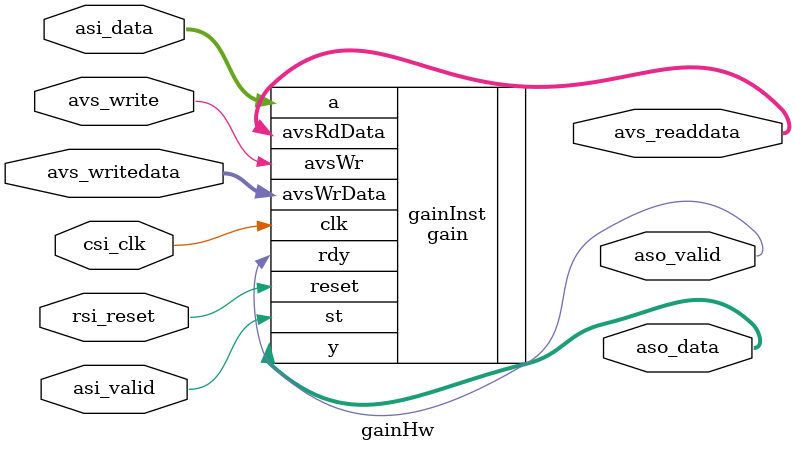
<source format=sv>
module gainHw  
  #( parameter int A_WDT    = 16,   // width for a
                   COEF_WDT = 16 )  // width for coef, max = 32, must be even   
   ( input  logic                          csi_clk,
     input  logic                          rsi_reset,     
     // avalon MM slave
     input  logic                          avs_write,
     input  logic               [ 31 : 0 ] avs_writedata,
     output logic               [ 31 : 0 ] avs_readdata,
     // avalon ST sink
     input  logic                          asi_valid,     
     input  logic signed [ A_WDT - 1 : 0 ] asi_data,    // format sfi( A_WDT, A_WDT - 1 ), full word length, fraction length
     // avalon ST source
     output logic                          aso_valid,
     output logic signed [ A_WDT - 1 : 0 ] aso_data );  // format sfi( A_WDT, A_WDT - 1 ), same as input

   gain
     #( .A_WDT    ( A_WDT    ),
        .COEF_WDT ( COEF_WDT ) )
   gainInst
      ( .clk       ( csi_clk       ),
        .reset     ( rsi_reset     ),
        .avsWr     ( avs_write     ),
        .avsWrData ( avs_writedata ),
        .avsRdData ( avs_readdata  ),
        .st        ( asi_valid     ),
        .a         ( asi_data      ),
        .rdy       ( aso_valid     ),
        .y         ( aso_data      ) );
        
endmodule
</source>
